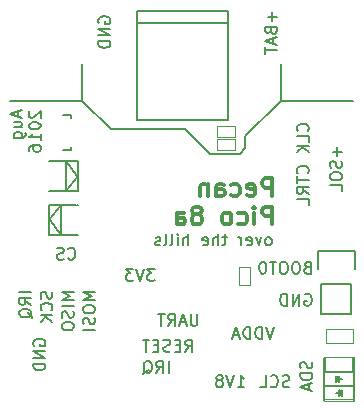
<source format=gbo>
G04 #@! TF.FileFunction,Legend,Bot*
%FSLAX46Y46*%
G04 Gerber Fmt 4.6, Leading zero omitted, Abs format (unit mm)*
G04 Created by KiCad (PCBNEW 4.0.2+dfsg1-stable) date Mo 22 Aug 2016 02:39:07 CEST*
%MOMM*%
G01*
G04 APERTURE LIST*
%ADD10C,0.100000*%
%ADD11C,0.200000*%
%ADD12C,0.300000*%
%ADD13C,0.150000*%
G04 APERTURE END LIST*
D10*
D11*
X66900000Y-103300000D02*
X64400000Y-103300000D01*
X67400000Y-102800000D02*
X66900000Y-103300000D01*
X67400000Y-101800000D02*
X67400000Y-102800000D01*
X64400000Y-103300000D02*
X62300000Y-101200000D01*
X62300000Y-101200000D02*
X56000000Y-101200000D01*
X70400000Y-98800000D02*
X67400000Y-101800000D01*
X48166667Y-99690476D02*
X48166667Y-100166667D01*
X48452381Y-99595238D02*
X47452381Y-99928571D01*
X48452381Y-100261905D01*
X47785714Y-101023810D02*
X48452381Y-101023810D01*
X47785714Y-100595238D02*
X48309524Y-100595238D01*
X48404762Y-100642857D01*
X48452381Y-100738095D01*
X48452381Y-100880953D01*
X48404762Y-100976191D01*
X48357143Y-101023810D01*
X47785714Y-101928572D02*
X48595238Y-101928572D01*
X48690476Y-101880953D01*
X48738095Y-101833334D01*
X48785714Y-101738095D01*
X48785714Y-101595238D01*
X48738095Y-101500000D01*
X48404762Y-101928572D02*
X48452381Y-101833334D01*
X48452381Y-101642857D01*
X48404762Y-101547619D01*
X48357143Y-101500000D01*
X48261905Y-101452381D01*
X47976190Y-101452381D01*
X47880952Y-101500000D01*
X47833333Y-101547619D01*
X47785714Y-101642857D01*
X47785714Y-101833334D01*
X47833333Y-101928572D01*
X49147619Y-99690476D02*
X49100000Y-99738095D01*
X49052381Y-99833333D01*
X49052381Y-100071429D01*
X49100000Y-100166667D01*
X49147619Y-100214286D01*
X49242857Y-100261905D01*
X49338095Y-100261905D01*
X49480952Y-100214286D01*
X50052381Y-99642857D01*
X50052381Y-100261905D01*
X49052381Y-100880952D02*
X49052381Y-100976191D01*
X49100000Y-101071429D01*
X49147619Y-101119048D01*
X49242857Y-101166667D01*
X49433333Y-101214286D01*
X49671429Y-101214286D01*
X49861905Y-101166667D01*
X49957143Y-101119048D01*
X50004762Y-101071429D01*
X50052381Y-100976191D01*
X50052381Y-100880952D01*
X50004762Y-100785714D01*
X49957143Y-100738095D01*
X49861905Y-100690476D01*
X49671429Y-100642857D01*
X49433333Y-100642857D01*
X49242857Y-100690476D01*
X49147619Y-100738095D01*
X49100000Y-100785714D01*
X49052381Y-100880952D01*
X50052381Y-102166667D02*
X50052381Y-101595238D01*
X50052381Y-101880952D02*
X49052381Y-101880952D01*
X49195238Y-101785714D01*
X49290476Y-101690476D01*
X49338095Y-101595238D01*
X49052381Y-103023810D02*
X49052381Y-102833333D01*
X49100000Y-102738095D01*
X49147619Y-102690476D01*
X49290476Y-102595238D01*
X49480952Y-102547619D01*
X49861905Y-102547619D01*
X49957143Y-102595238D01*
X50004762Y-102642857D01*
X50052381Y-102738095D01*
X50052381Y-102928572D01*
X50004762Y-103023810D01*
X49957143Y-103071429D01*
X49861905Y-103119048D01*
X49623810Y-103119048D01*
X49528571Y-103071429D01*
X49480952Y-103023810D01*
X49433333Y-102928572D01*
X49433333Y-102738095D01*
X49480952Y-102642857D01*
X49528571Y-102595238D01*
X49623810Y-102547619D01*
X72438095Y-115200000D02*
X72533333Y-115152381D01*
X72676190Y-115152381D01*
X72819048Y-115200000D01*
X72914286Y-115295238D01*
X72961905Y-115390476D01*
X73009524Y-115580952D01*
X73009524Y-115723810D01*
X72961905Y-115914286D01*
X72914286Y-116009524D01*
X72819048Y-116104762D01*
X72676190Y-116152381D01*
X72580952Y-116152381D01*
X72438095Y-116104762D01*
X72390476Y-116057143D01*
X72390476Y-115723810D01*
X72580952Y-115723810D01*
X71961905Y-116152381D02*
X71961905Y-115152381D01*
X71390476Y-116152381D01*
X71390476Y-115152381D01*
X70914286Y-116152381D02*
X70914286Y-115152381D01*
X70676191Y-115152381D01*
X70533333Y-115200000D01*
X70438095Y-115295238D01*
X70390476Y-115390476D01*
X70342857Y-115580952D01*
X70342857Y-115723810D01*
X70390476Y-115914286D01*
X70438095Y-116009524D01*
X70533333Y-116104762D01*
X70676191Y-116152381D01*
X70914286Y-116152381D01*
X66738095Y-123052381D02*
X67309524Y-123052381D01*
X67023810Y-123052381D02*
X67023810Y-122052381D01*
X67119048Y-122195238D01*
X67214286Y-122290476D01*
X67309524Y-122338095D01*
X66452381Y-122052381D02*
X66119048Y-123052381D01*
X65785714Y-122052381D01*
X65309524Y-122480952D02*
X65404762Y-122433333D01*
X65452381Y-122385714D01*
X65500000Y-122290476D01*
X65500000Y-122242857D01*
X65452381Y-122147619D01*
X65404762Y-122100000D01*
X65309524Y-122052381D01*
X65119047Y-122052381D01*
X65023809Y-122100000D01*
X64976190Y-122147619D01*
X64928571Y-122242857D01*
X64928571Y-122290476D01*
X64976190Y-122385714D01*
X65023809Y-122433333D01*
X65119047Y-122480952D01*
X65309524Y-122480952D01*
X65404762Y-122528571D01*
X65452381Y-122576190D01*
X65500000Y-122671429D01*
X65500000Y-122861905D01*
X65452381Y-122957143D01*
X65404762Y-123004762D01*
X65309524Y-123052381D01*
X65119047Y-123052381D01*
X65023809Y-123004762D01*
X64976190Y-122957143D01*
X64928571Y-122861905D01*
X64928571Y-122671429D01*
X64976190Y-122576190D01*
X65023809Y-122528571D01*
X65119047Y-122480952D01*
X59719048Y-113052381D02*
X59100000Y-113052381D01*
X59433334Y-113433333D01*
X59290476Y-113433333D01*
X59195238Y-113480952D01*
X59147619Y-113528571D01*
X59100000Y-113623810D01*
X59100000Y-113861905D01*
X59147619Y-113957143D01*
X59195238Y-114004762D01*
X59290476Y-114052381D01*
X59576191Y-114052381D01*
X59671429Y-114004762D01*
X59719048Y-113957143D01*
X58814286Y-113052381D02*
X58480953Y-114052381D01*
X58147619Y-113052381D01*
X57909524Y-113052381D02*
X57290476Y-113052381D01*
X57623810Y-113433333D01*
X57480952Y-113433333D01*
X57385714Y-113480952D01*
X57338095Y-113528571D01*
X57290476Y-113623810D01*
X57290476Y-113861905D01*
X57338095Y-113957143D01*
X57385714Y-114004762D01*
X57480952Y-114052381D01*
X57766667Y-114052381D01*
X57861905Y-114004762D01*
X57909524Y-113957143D01*
X72657143Y-101366666D02*
X72704762Y-101319047D01*
X72752381Y-101176190D01*
X72752381Y-101080952D01*
X72704762Y-100938094D01*
X72609524Y-100842856D01*
X72514286Y-100795237D01*
X72323810Y-100747618D01*
X72180952Y-100747618D01*
X71990476Y-100795237D01*
X71895238Y-100842856D01*
X71800000Y-100938094D01*
X71752381Y-101080952D01*
X71752381Y-101176190D01*
X71800000Y-101319047D01*
X71847619Y-101366666D01*
X72752381Y-102271428D02*
X72752381Y-101795237D01*
X71752381Y-101795237D01*
X72752381Y-102604761D02*
X71752381Y-102604761D01*
X72752381Y-103176190D02*
X72180952Y-102747618D01*
X71752381Y-103176190D02*
X72323810Y-102604761D01*
X72657143Y-104938095D02*
X72704762Y-104890476D01*
X72752381Y-104747619D01*
X72752381Y-104652381D01*
X72704762Y-104509523D01*
X72609524Y-104414285D01*
X72514286Y-104366666D01*
X72323810Y-104319047D01*
X72180952Y-104319047D01*
X71990476Y-104366666D01*
X71895238Y-104414285D01*
X71800000Y-104509523D01*
X71752381Y-104652381D01*
X71752381Y-104747619D01*
X71800000Y-104890476D01*
X71847619Y-104938095D01*
X71752381Y-105223809D02*
X71752381Y-105795238D01*
X72752381Y-105509523D02*
X71752381Y-105509523D01*
X72752381Y-106700000D02*
X72276190Y-106366666D01*
X72752381Y-106128571D02*
X71752381Y-106128571D01*
X71752381Y-106509524D01*
X71800000Y-106604762D01*
X71847619Y-106652381D01*
X71942857Y-106700000D01*
X72085714Y-106700000D01*
X72180952Y-106652381D01*
X72228571Y-106604762D01*
X72276190Y-106509524D01*
X72276190Y-106128571D01*
X72752381Y-107604762D02*
X72752381Y-107128571D01*
X71752381Y-107128571D01*
X69804762Y-117952381D02*
X69471429Y-118952381D01*
X69138095Y-117952381D01*
X68804762Y-118952381D02*
X68804762Y-117952381D01*
X68566667Y-117952381D01*
X68423809Y-118000000D01*
X68328571Y-118095238D01*
X68280952Y-118190476D01*
X68233333Y-118380952D01*
X68233333Y-118523810D01*
X68280952Y-118714286D01*
X68328571Y-118809524D01*
X68423809Y-118904762D01*
X68566667Y-118952381D01*
X68804762Y-118952381D01*
X67804762Y-118952381D02*
X67804762Y-117952381D01*
X67566667Y-117952381D01*
X67423809Y-118000000D01*
X67328571Y-118095238D01*
X67280952Y-118190476D01*
X67233333Y-118380952D01*
X67233333Y-118523810D01*
X67280952Y-118714286D01*
X67328571Y-118809524D01*
X67423809Y-118904762D01*
X67566667Y-118952381D01*
X67804762Y-118952381D01*
X66852381Y-118666667D02*
X66376190Y-118666667D01*
X66947619Y-118952381D02*
X66614286Y-117952381D01*
X66280952Y-118952381D01*
X71109524Y-123004762D02*
X70966667Y-123052381D01*
X70728571Y-123052381D01*
X70633333Y-123004762D01*
X70585714Y-122957143D01*
X70538095Y-122861905D01*
X70538095Y-122766667D01*
X70585714Y-122671429D01*
X70633333Y-122623810D01*
X70728571Y-122576190D01*
X70919048Y-122528571D01*
X71014286Y-122480952D01*
X71061905Y-122433333D01*
X71109524Y-122338095D01*
X71109524Y-122242857D01*
X71061905Y-122147619D01*
X71014286Y-122100000D01*
X70919048Y-122052381D01*
X70680952Y-122052381D01*
X70538095Y-122100000D01*
X69538095Y-122957143D02*
X69585714Y-123004762D01*
X69728571Y-123052381D01*
X69823809Y-123052381D01*
X69966667Y-123004762D01*
X70061905Y-122909524D01*
X70109524Y-122814286D01*
X70157143Y-122623810D01*
X70157143Y-122480952D01*
X70109524Y-122290476D01*
X70061905Y-122195238D01*
X69966667Y-122100000D01*
X69823809Y-122052381D01*
X69728571Y-122052381D01*
X69585714Y-122100000D01*
X69538095Y-122147619D01*
X68633333Y-123052381D02*
X69109524Y-123052381D01*
X69109524Y-122052381D01*
X73004762Y-120890476D02*
X73052381Y-121033333D01*
X73052381Y-121271429D01*
X73004762Y-121366667D01*
X72957143Y-121414286D01*
X72861905Y-121461905D01*
X72766667Y-121461905D01*
X72671429Y-121414286D01*
X72623810Y-121366667D01*
X72576190Y-121271429D01*
X72528571Y-121080952D01*
X72480952Y-120985714D01*
X72433333Y-120938095D01*
X72338095Y-120890476D01*
X72242857Y-120890476D01*
X72147619Y-120938095D01*
X72100000Y-120985714D01*
X72052381Y-121080952D01*
X72052381Y-121319048D01*
X72100000Y-121461905D01*
X73052381Y-121890476D02*
X72052381Y-121890476D01*
X72052381Y-122128571D01*
X72100000Y-122271429D01*
X72195238Y-122366667D01*
X72290476Y-122414286D01*
X72480952Y-122461905D01*
X72623810Y-122461905D01*
X72814286Y-122414286D01*
X72909524Y-122366667D01*
X73004762Y-122271429D01*
X73052381Y-122128571D01*
X73052381Y-121890476D01*
X72766667Y-122842857D02*
X72766667Y-123319048D01*
X73052381Y-122747619D02*
X72052381Y-123080952D01*
X73052381Y-123414286D01*
X60885714Y-121852381D02*
X60885714Y-120852381D01*
X59838095Y-121852381D02*
X60171429Y-121376190D01*
X60409524Y-121852381D02*
X60409524Y-120852381D01*
X60028571Y-120852381D01*
X59933333Y-120900000D01*
X59885714Y-120947619D01*
X59838095Y-121042857D01*
X59838095Y-121185714D01*
X59885714Y-121280952D01*
X59933333Y-121328571D01*
X60028571Y-121376190D01*
X60409524Y-121376190D01*
X58742857Y-121947619D02*
X58838095Y-121900000D01*
X58933333Y-121804762D01*
X59076190Y-121661905D01*
X59171429Y-121614286D01*
X59266667Y-121614286D01*
X59219048Y-121852381D02*
X59314286Y-121804762D01*
X59409524Y-121709524D01*
X59457143Y-121519048D01*
X59457143Y-121185714D01*
X59409524Y-120995238D01*
X59314286Y-120900000D01*
X59219048Y-120852381D01*
X59028571Y-120852381D01*
X58933333Y-120900000D01*
X58838095Y-120995238D01*
X58790476Y-121185714D01*
X58790476Y-121519048D01*
X58838095Y-121709524D01*
X58933333Y-121804762D01*
X59028571Y-121852381D01*
X59219048Y-121852381D01*
X62314286Y-120052381D02*
X62647620Y-119576190D01*
X62885715Y-120052381D02*
X62885715Y-119052381D01*
X62504762Y-119052381D01*
X62409524Y-119100000D01*
X62361905Y-119147619D01*
X62314286Y-119242857D01*
X62314286Y-119385714D01*
X62361905Y-119480952D01*
X62409524Y-119528571D01*
X62504762Y-119576190D01*
X62885715Y-119576190D01*
X61885715Y-119528571D02*
X61552381Y-119528571D01*
X61409524Y-120052381D02*
X61885715Y-120052381D01*
X61885715Y-119052381D01*
X61409524Y-119052381D01*
X61028572Y-120004762D02*
X60885715Y-120052381D01*
X60647619Y-120052381D01*
X60552381Y-120004762D01*
X60504762Y-119957143D01*
X60457143Y-119861905D01*
X60457143Y-119766667D01*
X60504762Y-119671429D01*
X60552381Y-119623810D01*
X60647619Y-119576190D01*
X60838096Y-119528571D01*
X60933334Y-119480952D01*
X60980953Y-119433333D01*
X61028572Y-119338095D01*
X61028572Y-119242857D01*
X60980953Y-119147619D01*
X60933334Y-119100000D01*
X60838096Y-119052381D01*
X60600000Y-119052381D01*
X60457143Y-119100000D01*
X60028572Y-119528571D02*
X59695238Y-119528571D01*
X59552381Y-120052381D02*
X60028572Y-120052381D01*
X60028572Y-119052381D01*
X59552381Y-119052381D01*
X59266667Y-119052381D02*
X58695238Y-119052381D01*
X58980953Y-120052381D02*
X58980953Y-119052381D01*
X52390476Y-112157143D02*
X52438095Y-112204762D01*
X52580952Y-112252381D01*
X52676190Y-112252381D01*
X52819048Y-112204762D01*
X52914286Y-112109524D01*
X52961905Y-112014286D01*
X53009524Y-111823810D01*
X53009524Y-111680952D01*
X52961905Y-111490476D01*
X52914286Y-111395238D01*
X52819048Y-111300000D01*
X52676190Y-111252381D01*
X52580952Y-111252381D01*
X52438095Y-111300000D01*
X52390476Y-111347619D01*
X52009524Y-112204762D02*
X51866667Y-112252381D01*
X51628571Y-112252381D01*
X51533333Y-112204762D01*
X51485714Y-112157143D01*
X51438095Y-112061905D01*
X51438095Y-111966667D01*
X51485714Y-111871429D01*
X51533333Y-111823810D01*
X51628571Y-111776190D01*
X51819048Y-111728571D01*
X51914286Y-111680952D01*
X51961905Y-111633333D01*
X52009524Y-111538095D01*
X52009524Y-111442857D01*
X51961905Y-111347619D01*
X51914286Y-111300000D01*
X51819048Y-111252381D01*
X51580952Y-111252381D01*
X51438095Y-111300000D01*
X63328572Y-116852381D02*
X63328572Y-117661905D01*
X63280953Y-117757143D01*
X63233334Y-117804762D01*
X63138096Y-117852381D01*
X62947619Y-117852381D01*
X62852381Y-117804762D01*
X62804762Y-117757143D01*
X62757143Y-117661905D01*
X62757143Y-116852381D01*
X62328572Y-117566667D02*
X61852381Y-117566667D01*
X62423810Y-117852381D02*
X62090477Y-116852381D01*
X61757143Y-117852381D01*
X60852381Y-117852381D02*
X61185715Y-117376190D01*
X61423810Y-117852381D02*
X61423810Y-116852381D01*
X61042857Y-116852381D01*
X60947619Y-116900000D01*
X60900000Y-116947619D01*
X60852381Y-117042857D01*
X60852381Y-117185714D01*
X60900000Y-117280952D01*
X60947619Y-117328571D01*
X61042857Y-117376190D01*
X61423810Y-117376190D01*
X60566667Y-116852381D02*
X59995238Y-116852381D01*
X60280953Y-117852381D02*
X60280953Y-116852381D01*
X54652381Y-115038095D02*
X53652381Y-115038095D01*
X54366667Y-115371429D01*
X53652381Y-115704762D01*
X54652381Y-115704762D01*
X53652381Y-116371428D02*
X53652381Y-116561905D01*
X53700000Y-116657143D01*
X53795238Y-116752381D01*
X53985714Y-116800000D01*
X54319048Y-116800000D01*
X54509524Y-116752381D01*
X54604762Y-116657143D01*
X54652381Y-116561905D01*
X54652381Y-116371428D01*
X54604762Y-116276190D01*
X54509524Y-116180952D01*
X54319048Y-116133333D01*
X53985714Y-116133333D01*
X53795238Y-116180952D01*
X53700000Y-116276190D01*
X53652381Y-116371428D01*
X54604762Y-117180952D02*
X54652381Y-117323809D01*
X54652381Y-117561905D01*
X54604762Y-117657143D01*
X54557143Y-117704762D01*
X54461905Y-117752381D01*
X54366667Y-117752381D01*
X54271429Y-117704762D01*
X54223810Y-117657143D01*
X54176190Y-117561905D01*
X54128571Y-117371428D01*
X54080952Y-117276190D01*
X54033333Y-117228571D01*
X53938095Y-117180952D01*
X53842857Y-117180952D01*
X53747619Y-117228571D01*
X53700000Y-117276190D01*
X53652381Y-117371428D01*
X53652381Y-117609524D01*
X53700000Y-117752381D01*
X54652381Y-118180952D02*
X53652381Y-118180952D01*
X52852381Y-115038095D02*
X51852381Y-115038095D01*
X52566667Y-115371429D01*
X51852381Y-115704762D01*
X52852381Y-115704762D01*
X52852381Y-116180952D02*
X51852381Y-116180952D01*
X52804762Y-116609523D02*
X52852381Y-116752380D01*
X52852381Y-116990476D01*
X52804762Y-117085714D01*
X52757143Y-117133333D01*
X52661905Y-117180952D01*
X52566667Y-117180952D01*
X52471429Y-117133333D01*
X52423810Y-117085714D01*
X52376190Y-116990476D01*
X52328571Y-116799999D01*
X52280952Y-116704761D01*
X52233333Y-116657142D01*
X52138095Y-116609523D01*
X52042857Y-116609523D01*
X51947619Y-116657142D01*
X51900000Y-116704761D01*
X51852381Y-116799999D01*
X51852381Y-117038095D01*
X51900000Y-117180952D01*
X51852381Y-117799999D02*
X51852381Y-117990476D01*
X51900000Y-118085714D01*
X51995238Y-118180952D01*
X52185714Y-118228571D01*
X52519048Y-118228571D01*
X52709524Y-118180952D01*
X52804762Y-118085714D01*
X52852381Y-117990476D01*
X52852381Y-117799999D01*
X52804762Y-117704761D01*
X52709524Y-117609523D01*
X52519048Y-117561904D01*
X52185714Y-117561904D01*
X51995238Y-117609523D01*
X51900000Y-117704761D01*
X51852381Y-117799999D01*
X51004762Y-114990476D02*
X51052381Y-115133333D01*
X51052381Y-115371429D01*
X51004762Y-115466667D01*
X50957143Y-115514286D01*
X50861905Y-115561905D01*
X50766667Y-115561905D01*
X50671429Y-115514286D01*
X50623810Y-115466667D01*
X50576190Y-115371429D01*
X50528571Y-115180952D01*
X50480952Y-115085714D01*
X50433333Y-115038095D01*
X50338095Y-114990476D01*
X50242857Y-114990476D01*
X50147619Y-115038095D01*
X50100000Y-115085714D01*
X50052381Y-115180952D01*
X50052381Y-115419048D01*
X50100000Y-115561905D01*
X50957143Y-116561905D02*
X51004762Y-116514286D01*
X51052381Y-116371429D01*
X51052381Y-116276191D01*
X51004762Y-116133333D01*
X50909524Y-116038095D01*
X50814286Y-115990476D01*
X50623810Y-115942857D01*
X50480952Y-115942857D01*
X50290476Y-115990476D01*
X50195238Y-116038095D01*
X50100000Y-116133333D01*
X50052381Y-116276191D01*
X50052381Y-116371429D01*
X50100000Y-116514286D01*
X50147619Y-116561905D01*
X51052381Y-116990476D02*
X50052381Y-116990476D01*
X51052381Y-117561905D02*
X50480952Y-117133333D01*
X50052381Y-117561905D02*
X50623810Y-116990476D01*
X49252381Y-115038095D02*
X48252381Y-115038095D01*
X49252381Y-116085714D02*
X48776190Y-115752380D01*
X49252381Y-115514285D02*
X48252381Y-115514285D01*
X48252381Y-115895238D01*
X48300000Y-115990476D01*
X48347619Y-116038095D01*
X48442857Y-116085714D01*
X48585714Y-116085714D01*
X48680952Y-116038095D01*
X48728571Y-115990476D01*
X48776190Y-115895238D01*
X48776190Y-115514285D01*
X49347619Y-117180952D02*
X49300000Y-117085714D01*
X49204762Y-116990476D01*
X49061905Y-116847619D01*
X49014286Y-116752380D01*
X49014286Y-116657142D01*
X49252381Y-116704761D02*
X49204762Y-116609523D01*
X49109524Y-116514285D01*
X48919048Y-116466666D01*
X48585714Y-116466666D01*
X48395238Y-116514285D01*
X48300000Y-116609523D01*
X48252381Y-116704761D01*
X48252381Y-116895238D01*
X48300000Y-116990476D01*
X48395238Y-117085714D01*
X48585714Y-117133333D01*
X48919048Y-117133333D01*
X49109524Y-117085714D01*
X49204762Y-116990476D01*
X49252381Y-116895238D01*
X49252381Y-116704761D01*
D10*
X76550000Y-120500000D02*
X74050000Y-120500000D01*
X74050000Y-124200000D02*
X76550000Y-124200000D01*
D11*
X76550000Y-120550000D02*
X76550000Y-124150000D01*
X74050000Y-120550000D02*
X74050000Y-124150000D01*
X69419048Y-111052381D02*
X69514286Y-111004762D01*
X69561905Y-110957143D01*
X69609524Y-110861905D01*
X69609524Y-110576190D01*
X69561905Y-110480952D01*
X69514286Y-110433333D01*
X69419048Y-110385714D01*
X69276190Y-110385714D01*
X69180952Y-110433333D01*
X69133333Y-110480952D01*
X69085714Y-110576190D01*
X69085714Y-110861905D01*
X69133333Y-110957143D01*
X69180952Y-111004762D01*
X69276190Y-111052381D01*
X69419048Y-111052381D01*
X68752381Y-110385714D02*
X68514286Y-111052381D01*
X68276190Y-110385714D01*
X67514285Y-111004762D02*
X67609523Y-111052381D01*
X67800000Y-111052381D01*
X67895238Y-111004762D01*
X67942857Y-110909524D01*
X67942857Y-110528571D01*
X67895238Y-110433333D01*
X67800000Y-110385714D01*
X67609523Y-110385714D01*
X67514285Y-110433333D01*
X67466666Y-110528571D01*
X67466666Y-110623810D01*
X67942857Y-110719048D01*
X67038095Y-111052381D02*
X67038095Y-110385714D01*
X67038095Y-110576190D02*
X66990476Y-110480952D01*
X66942857Y-110433333D01*
X66847619Y-110385714D01*
X66752380Y-110385714D01*
X65799999Y-110385714D02*
X65419047Y-110385714D01*
X65657142Y-110052381D02*
X65657142Y-110909524D01*
X65609523Y-111004762D01*
X65514285Y-111052381D01*
X65419047Y-111052381D01*
X65085713Y-111052381D02*
X65085713Y-110052381D01*
X64657141Y-111052381D02*
X64657141Y-110528571D01*
X64704760Y-110433333D01*
X64799998Y-110385714D01*
X64942856Y-110385714D01*
X65038094Y-110433333D01*
X65085713Y-110480952D01*
X63799998Y-111004762D02*
X63895236Y-111052381D01*
X64085713Y-111052381D01*
X64180951Y-111004762D01*
X64228570Y-110909524D01*
X64228570Y-110528571D01*
X64180951Y-110433333D01*
X64085713Y-110385714D01*
X63895236Y-110385714D01*
X63799998Y-110433333D01*
X63752379Y-110528571D01*
X63752379Y-110623810D01*
X64228570Y-110719048D01*
X62561903Y-111052381D02*
X62561903Y-110052381D01*
X62133331Y-111052381D02*
X62133331Y-110528571D01*
X62180950Y-110433333D01*
X62276188Y-110385714D01*
X62419046Y-110385714D01*
X62514284Y-110433333D01*
X62561903Y-110480952D01*
X61657141Y-111052381D02*
X61657141Y-110385714D01*
X61657141Y-110052381D02*
X61704760Y-110100000D01*
X61657141Y-110147619D01*
X61609522Y-110100000D01*
X61657141Y-110052381D01*
X61657141Y-110147619D01*
X61038094Y-111052381D02*
X61133332Y-111004762D01*
X61180951Y-110909524D01*
X61180951Y-110052381D01*
X60514284Y-111052381D02*
X60609522Y-111004762D01*
X60657141Y-110909524D01*
X60657141Y-110052381D01*
X60180950Y-111004762D02*
X60085712Y-111052381D01*
X59895236Y-111052381D01*
X59799997Y-111004762D01*
X59752378Y-110909524D01*
X59752378Y-110861905D01*
X59799997Y-110766667D01*
X59895236Y-110719048D01*
X60038093Y-110719048D01*
X60133331Y-110671429D01*
X60180950Y-110576190D01*
X60180950Y-110528571D01*
X60133331Y-110433333D01*
X60038093Y-110385714D01*
X59895236Y-110385714D01*
X59799997Y-110433333D01*
D12*
X69642857Y-106878571D02*
X69642857Y-105378571D01*
X69071429Y-105378571D01*
X68928571Y-105450000D01*
X68857143Y-105521429D01*
X68785714Y-105664286D01*
X68785714Y-105878571D01*
X68857143Y-106021429D01*
X68928571Y-106092857D01*
X69071429Y-106164286D01*
X69642857Y-106164286D01*
X67571429Y-106807143D02*
X67714286Y-106878571D01*
X68000000Y-106878571D01*
X68142857Y-106807143D01*
X68214286Y-106664286D01*
X68214286Y-106092857D01*
X68142857Y-105950000D01*
X68000000Y-105878571D01*
X67714286Y-105878571D01*
X67571429Y-105950000D01*
X67500000Y-106092857D01*
X67500000Y-106235714D01*
X68214286Y-106378571D01*
X66214286Y-106807143D02*
X66357143Y-106878571D01*
X66642857Y-106878571D01*
X66785715Y-106807143D01*
X66857143Y-106735714D01*
X66928572Y-106592857D01*
X66928572Y-106164286D01*
X66857143Y-106021429D01*
X66785715Y-105950000D01*
X66642857Y-105878571D01*
X66357143Y-105878571D01*
X66214286Y-105950000D01*
X64928572Y-106878571D02*
X64928572Y-106092857D01*
X65000001Y-105950000D01*
X65142858Y-105878571D01*
X65428572Y-105878571D01*
X65571429Y-105950000D01*
X64928572Y-106807143D02*
X65071429Y-106878571D01*
X65428572Y-106878571D01*
X65571429Y-106807143D01*
X65642858Y-106664286D01*
X65642858Y-106521429D01*
X65571429Y-106378571D01*
X65428572Y-106307143D01*
X65071429Y-106307143D01*
X64928572Y-106235714D01*
X64214286Y-105878571D02*
X64214286Y-106878571D01*
X64214286Y-106021429D02*
X64142858Y-105950000D01*
X64000000Y-105878571D01*
X63785715Y-105878571D01*
X63642858Y-105950000D01*
X63571429Y-106092857D01*
X63571429Y-106878571D01*
X69642857Y-109278571D02*
X69642857Y-107778571D01*
X69071429Y-107778571D01*
X68928571Y-107850000D01*
X68857143Y-107921429D01*
X68785714Y-108064286D01*
X68785714Y-108278571D01*
X68857143Y-108421429D01*
X68928571Y-108492857D01*
X69071429Y-108564286D01*
X69642857Y-108564286D01*
X68142857Y-109278571D02*
X68142857Y-108278571D01*
X68142857Y-107778571D02*
X68214286Y-107850000D01*
X68142857Y-107921429D01*
X68071429Y-107850000D01*
X68142857Y-107778571D01*
X68142857Y-107921429D01*
X66785714Y-109207143D02*
X66928571Y-109278571D01*
X67214285Y-109278571D01*
X67357143Y-109207143D01*
X67428571Y-109135714D01*
X67500000Y-108992857D01*
X67500000Y-108564286D01*
X67428571Y-108421429D01*
X67357143Y-108350000D01*
X67214285Y-108278571D01*
X66928571Y-108278571D01*
X66785714Y-108350000D01*
X65928571Y-109278571D02*
X66071429Y-109207143D01*
X66142857Y-109135714D01*
X66214286Y-108992857D01*
X66214286Y-108564286D01*
X66142857Y-108421429D01*
X66071429Y-108350000D01*
X65928571Y-108278571D01*
X65714286Y-108278571D01*
X65571429Y-108350000D01*
X65500000Y-108421429D01*
X65428571Y-108564286D01*
X65428571Y-108992857D01*
X65500000Y-109135714D01*
X65571429Y-109207143D01*
X65714286Y-109278571D01*
X65928571Y-109278571D01*
X63428571Y-108421429D02*
X63571429Y-108350000D01*
X63642857Y-108278571D01*
X63714286Y-108135714D01*
X63714286Y-108064286D01*
X63642857Y-107921429D01*
X63571429Y-107850000D01*
X63428571Y-107778571D01*
X63142857Y-107778571D01*
X63000000Y-107850000D01*
X62928571Y-107921429D01*
X62857143Y-108064286D01*
X62857143Y-108135714D01*
X62928571Y-108278571D01*
X63000000Y-108350000D01*
X63142857Y-108421429D01*
X63428571Y-108421429D01*
X63571429Y-108492857D01*
X63642857Y-108564286D01*
X63714286Y-108707143D01*
X63714286Y-108992857D01*
X63642857Y-109135714D01*
X63571429Y-109207143D01*
X63428571Y-109278571D01*
X63142857Y-109278571D01*
X63000000Y-109207143D01*
X62928571Y-109135714D01*
X62857143Y-108992857D01*
X62857143Y-108707143D01*
X62928571Y-108564286D01*
X63000000Y-108492857D01*
X63142857Y-108421429D01*
X61571429Y-109278571D02*
X61571429Y-108492857D01*
X61642858Y-108350000D01*
X61785715Y-108278571D01*
X62071429Y-108278571D01*
X62214286Y-108350000D01*
X61571429Y-109207143D02*
X61714286Y-109278571D01*
X62071429Y-109278571D01*
X62214286Y-109207143D01*
X62285715Y-109064286D01*
X62285715Y-108921429D01*
X62214286Y-108778571D01*
X62071429Y-108707143D01*
X61714286Y-108707143D01*
X61571429Y-108635714D01*
D11*
X70400000Y-98800000D02*
X70400000Y-95700000D01*
X70400000Y-98800000D02*
X76500000Y-98800000D01*
X53600000Y-98800000D02*
X53600000Y-95700000D01*
X53600000Y-98800000D02*
X47500000Y-98800000D01*
X56000000Y-101200000D02*
X53600000Y-98800000D01*
X49500000Y-119538096D02*
X49452381Y-119442858D01*
X49452381Y-119300001D01*
X49500000Y-119157143D01*
X49595238Y-119061905D01*
X49690476Y-119014286D01*
X49880952Y-118966667D01*
X50023810Y-118966667D01*
X50214286Y-119014286D01*
X50309524Y-119061905D01*
X50404762Y-119157143D01*
X50452381Y-119300001D01*
X50452381Y-119395239D01*
X50404762Y-119538096D01*
X50357143Y-119585715D01*
X50023810Y-119585715D01*
X50023810Y-119395239D01*
X50452381Y-120014286D02*
X49452381Y-120014286D01*
X50452381Y-120585715D01*
X49452381Y-120585715D01*
X50452381Y-121061905D02*
X49452381Y-121061905D01*
X49452381Y-121300000D01*
X49500000Y-121442858D01*
X49595238Y-121538096D01*
X49690476Y-121585715D01*
X49880952Y-121633334D01*
X50023810Y-121633334D01*
X50214286Y-121585715D01*
X50309524Y-121538096D01*
X50404762Y-121442858D01*
X50452381Y-121300000D01*
X50452381Y-121061905D01*
X75171429Y-102738095D02*
X75171429Y-103500000D01*
X75552381Y-103119048D02*
X74790476Y-103119048D01*
X75504762Y-103928571D02*
X75552381Y-104071428D01*
X75552381Y-104309524D01*
X75504762Y-104404762D01*
X75457143Y-104452381D01*
X75361905Y-104500000D01*
X75266667Y-104500000D01*
X75171429Y-104452381D01*
X75123810Y-104404762D01*
X75076190Y-104309524D01*
X75028571Y-104119047D01*
X74980952Y-104023809D01*
X74933333Y-103976190D01*
X74838095Y-103928571D01*
X74742857Y-103928571D01*
X74647619Y-103976190D01*
X74600000Y-104023809D01*
X74552381Y-104119047D01*
X74552381Y-104357143D01*
X74600000Y-104500000D01*
X74552381Y-105119047D02*
X74552381Y-105309524D01*
X74600000Y-105404762D01*
X74695238Y-105500000D01*
X74885714Y-105547619D01*
X75219048Y-105547619D01*
X75409524Y-105500000D01*
X75504762Y-105404762D01*
X75552381Y-105309524D01*
X75552381Y-105119047D01*
X75504762Y-105023809D01*
X75409524Y-104928571D01*
X75219048Y-104880952D01*
X74885714Y-104880952D01*
X74695238Y-104928571D01*
X74600000Y-105023809D01*
X74552381Y-105119047D01*
X75552381Y-106452381D02*
X75552381Y-105976190D01*
X74552381Y-105976190D01*
X69671429Y-91309524D02*
X69671429Y-92071429D01*
X70052381Y-91690477D02*
X69290476Y-91690477D01*
X69528571Y-92880953D02*
X69576190Y-93023810D01*
X69623810Y-93071429D01*
X69719048Y-93119048D01*
X69861905Y-93119048D01*
X69957143Y-93071429D01*
X70004762Y-93023810D01*
X70052381Y-92928572D01*
X70052381Y-92547619D01*
X69052381Y-92547619D01*
X69052381Y-92880953D01*
X69100000Y-92976191D01*
X69147619Y-93023810D01*
X69242857Y-93071429D01*
X69338095Y-93071429D01*
X69433333Y-93023810D01*
X69480952Y-92976191D01*
X69528571Y-92880953D01*
X69528571Y-92547619D01*
X69766667Y-93500000D02*
X69766667Y-93976191D01*
X70052381Y-93404762D02*
X69052381Y-93738095D01*
X70052381Y-94071429D01*
X69052381Y-94261905D02*
X69052381Y-94833334D01*
X70052381Y-94547619D02*
X69052381Y-94547619D01*
X55000000Y-92238096D02*
X54952381Y-92142858D01*
X54952381Y-92000001D01*
X55000000Y-91857143D01*
X55095238Y-91761905D01*
X55190476Y-91714286D01*
X55380952Y-91666667D01*
X55523810Y-91666667D01*
X55714286Y-91714286D01*
X55809524Y-91761905D01*
X55904762Y-91857143D01*
X55952381Y-92000001D01*
X55952381Y-92095239D01*
X55904762Y-92238096D01*
X55857143Y-92285715D01*
X55523810Y-92285715D01*
X55523810Y-92095239D01*
X55952381Y-92714286D02*
X54952381Y-92714286D01*
X55952381Y-93285715D01*
X54952381Y-93285715D01*
X55952381Y-93761905D02*
X54952381Y-93761905D01*
X54952381Y-94000000D01*
X55000000Y-94142858D01*
X55095238Y-94238096D01*
X55190476Y-94285715D01*
X55380952Y-94333334D01*
X55523810Y-94333334D01*
X55714286Y-94285715D01*
X55809524Y-94238096D01*
X55904762Y-94142858D01*
X55952381Y-94000000D01*
X55952381Y-93761905D01*
X72628571Y-112928571D02*
X72485714Y-112976190D01*
X72438095Y-113023810D01*
X72390476Y-113119048D01*
X72390476Y-113261905D01*
X72438095Y-113357143D01*
X72485714Y-113404762D01*
X72580952Y-113452381D01*
X72961905Y-113452381D01*
X72961905Y-112452381D01*
X72628571Y-112452381D01*
X72533333Y-112500000D01*
X72485714Y-112547619D01*
X72438095Y-112642857D01*
X72438095Y-112738095D01*
X72485714Y-112833333D01*
X72533333Y-112880952D01*
X72628571Y-112928571D01*
X72961905Y-112928571D01*
X71771429Y-112452381D02*
X71580952Y-112452381D01*
X71485714Y-112500000D01*
X71390476Y-112595238D01*
X71342857Y-112785714D01*
X71342857Y-113119048D01*
X71390476Y-113309524D01*
X71485714Y-113404762D01*
X71580952Y-113452381D01*
X71771429Y-113452381D01*
X71866667Y-113404762D01*
X71961905Y-113309524D01*
X72009524Y-113119048D01*
X72009524Y-112785714D01*
X71961905Y-112595238D01*
X71866667Y-112500000D01*
X71771429Y-112452381D01*
X70723810Y-112452381D02*
X70533333Y-112452381D01*
X70438095Y-112500000D01*
X70342857Y-112595238D01*
X70295238Y-112785714D01*
X70295238Y-113119048D01*
X70342857Y-113309524D01*
X70438095Y-113404762D01*
X70533333Y-113452381D01*
X70723810Y-113452381D01*
X70819048Y-113404762D01*
X70914286Y-113309524D01*
X70961905Y-113119048D01*
X70961905Y-112785714D01*
X70914286Y-112595238D01*
X70819048Y-112500000D01*
X70723810Y-112452381D01*
X70009524Y-112452381D02*
X69438095Y-112452381D01*
X69723810Y-113452381D02*
X69723810Y-112452381D01*
X68914286Y-112452381D02*
X68819047Y-112452381D01*
X68723809Y-112500000D01*
X68676190Y-112547619D01*
X68628571Y-112642857D01*
X68580952Y-112833333D01*
X68580952Y-113071429D01*
X68628571Y-113261905D01*
X68676190Y-113357143D01*
X68723809Y-113404762D01*
X68819047Y-113452381D01*
X68914286Y-113452381D01*
X69009524Y-113404762D01*
X69057143Y-113357143D01*
X69104762Y-113261905D01*
X69152381Y-113071429D01*
X69152381Y-112833333D01*
X69104762Y-112642857D01*
X69057143Y-112547619D01*
X69009524Y-112500000D01*
X68914286Y-112452381D01*
D10*
X76600000Y-122900000D02*
X76600000Y-121800000D01*
X74000000Y-121800000D02*
X74000000Y-122900000D01*
X74000000Y-122900000D02*
X76600000Y-122900000D01*
X76600000Y-121800000D02*
X74000000Y-121800000D01*
D13*
X75100000Y-122350000D02*
X75550000Y-122350000D01*
X75050000Y-122600000D02*
X75050000Y-122100000D01*
X75050000Y-122350000D02*
X75300000Y-122600000D01*
X75300000Y-122600000D02*
X75300000Y-122100000D01*
X75300000Y-122100000D02*
X75050000Y-122350000D01*
X53150320Y-105200000D02*
X52200360Y-103950320D01*
X52200360Y-103950320D02*
X52200360Y-106449680D01*
X52200360Y-106449680D02*
X53198580Y-105200000D01*
X53198580Y-103950320D02*
X53198580Y-106449680D01*
X50899880Y-103950320D02*
X50800820Y-103950320D01*
X50899880Y-106449680D02*
X50800820Y-106449680D01*
X53198580Y-103950320D02*
X50849080Y-103950320D01*
X53198580Y-106449680D02*
X50950680Y-106449680D01*
X52650240Y-100200840D02*
X52650240Y-100249100D01*
X51949200Y-102999820D02*
X52650240Y-102999820D01*
X52650240Y-102999820D02*
X52650240Y-102750900D01*
X52650240Y-100200840D02*
X52650240Y-100000180D01*
X52650240Y-100000180D02*
X51949200Y-100000180D01*
D10*
X66850000Y-112850000D02*
X66850000Y-114450000D01*
X66850000Y-114450000D02*
X67750000Y-114450000D01*
X67750000Y-114450000D02*
X67750000Y-112850000D01*
X67750000Y-112850000D02*
X66850000Y-112850000D01*
D13*
X58249360Y-92200820D02*
X65950640Y-92200820D01*
X58249360Y-91200060D02*
X65950640Y-91200060D01*
X65950640Y-91200060D02*
X65950640Y-100399940D01*
X65950640Y-100399940D02*
X58249360Y-100399940D01*
X58249360Y-100399940D02*
X58249360Y-91200060D01*
X50849380Y-108900000D02*
X51799340Y-110149680D01*
X51799340Y-110149680D02*
X51799340Y-107650320D01*
X51799340Y-107650320D02*
X50801120Y-108900000D01*
X50801120Y-110149680D02*
X50801120Y-107650320D01*
X53099820Y-110149680D02*
X53198880Y-110149680D01*
X53099820Y-107650320D02*
X53198880Y-107650320D01*
X50801120Y-110149680D02*
X53150620Y-110149680D01*
X50801120Y-107650320D02*
X53049020Y-107650320D01*
D10*
X66550000Y-100950000D02*
X64950000Y-100950000D01*
X64950000Y-100950000D02*
X64950000Y-101850000D01*
X64950000Y-101850000D02*
X66550000Y-101850000D01*
X66550000Y-101850000D02*
X66550000Y-100950000D01*
D13*
X73830000Y-114330000D02*
X73830000Y-116870000D01*
X73550000Y-111510000D02*
X73550000Y-113060000D01*
X73830000Y-114330000D02*
X76370000Y-114330000D01*
X76650000Y-113060000D02*
X76650000Y-111510000D01*
X76650000Y-111510000D02*
X73550000Y-111510000D01*
X76370000Y-114330000D02*
X76370000Y-116870000D01*
X76370000Y-116870000D02*
X73830000Y-116870000D01*
D10*
X74150000Y-121700000D02*
X76450000Y-121700000D01*
X76450000Y-121700000D02*
X76450000Y-120500000D01*
X76450000Y-120500000D02*
X74150000Y-120500000D01*
X74150000Y-120500000D02*
X74150000Y-121700000D01*
X74000700Y-123000000D02*
X74000700Y-124100000D01*
X76600700Y-124100000D02*
X76600700Y-123000000D01*
X76600700Y-123000000D02*
X74000700Y-123000000D01*
X74000700Y-124100000D02*
X76600700Y-124100000D01*
D13*
X75500700Y-123550000D02*
X75050700Y-123550000D01*
X75550700Y-123300000D02*
X75550700Y-123800000D01*
X75550700Y-123550000D02*
X75300700Y-123300000D01*
X75300700Y-123300000D02*
X75300700Y-123800000D01*
X75300700Y-123800000D02*
X75550700Y-123550000D01*
D10*
X66550000Y-102050000D02*
X64950000Y-102050000D01*
X64950000Y-102050000D02*
X64950000Y-102950000D01*
X64950000Y-102950000D02*
X66550000Y-102950000D01*
X66550000Y-102950000D02*
X66550000Y-102050000D01*
X76500000Y-118100000D02*
X74200000Y-118100000D01*
X74200000Y-118100000D02*
X74200000Y-119300000D01*
X74200000Y-119300000D02*
X76500000Y-119300000D01*
X76500000Y-119300000D02*
X76500000Y-118100000D01*
M02*

</source>
